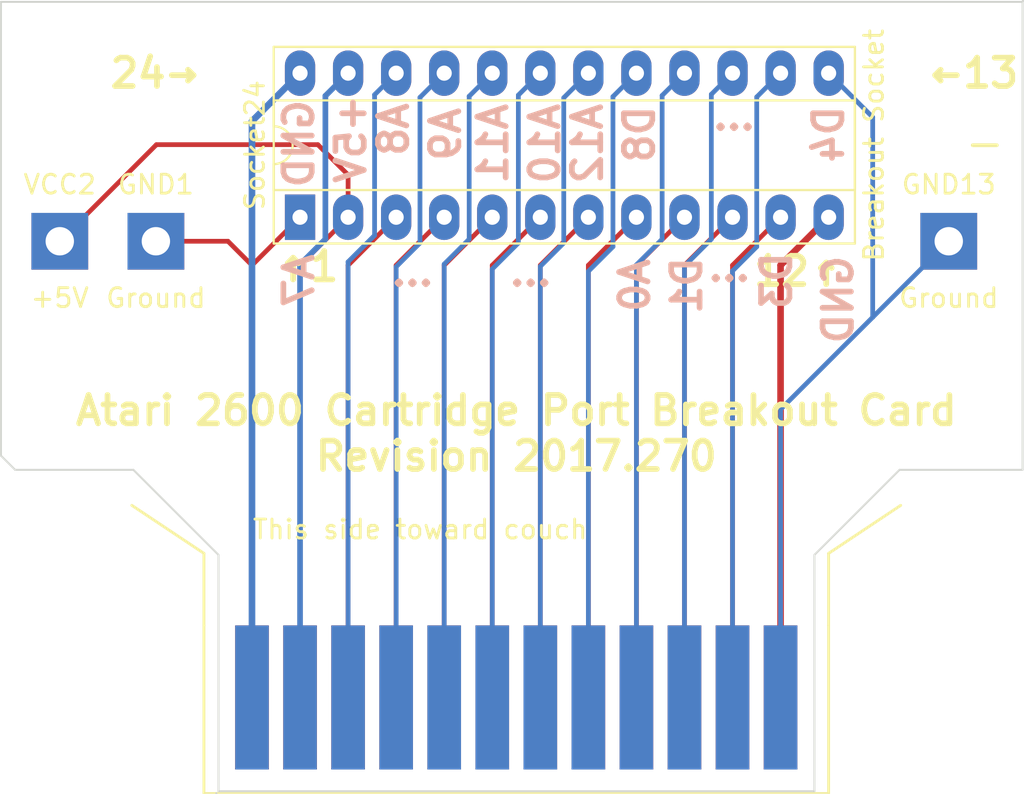
<source format=kicad_pcb>
(kicad_pcb (version 4) (host pcbnew 4.0.6)

  (general
    (links 1)
    (no_connects 1)
    (area 83.199999 156.149999 137.330001 198.160001)
    (thickness 1.6)
    (drawings 49)
    (tracks 79)
    (zones 0)
    (modules 5)
    (nets 24)
  )

  (page USLetter portrait)
  (title_block
    (title "Atari 2600 1MiB PROM bank-switched cartridge")
    (date 2017-08-30)
    (rev 17.242)
    (company "Fabulous Production Company")
    (comment 1 "Bruce-Robert Fenn Pocock")
    (comment 2 "Initial Game: Skyline 2600")
  )

  (layers
    (0 F.Cu signal hide)
    (31 B.Cu signal hide)
    (32 B.Adhes user)
    (33 F.Adhes user)
    (34 B.Paste user)
    (35 F.Paste user)
    (36 B.SilkS user)
    (37 F.SilkS user hide)
    (38 B.Mask user hide)
    (39 F.Mask user hide)
    (40 Dwgs.User user hide)
    (41 Cmts.User user hide)
    (42 Eco1.User user hide)
    (43 Eco2.User user hide)
    (44 Edge.Cuts user)
    (45 Margin user hide)
    (46 B.CrtYd user)
    (47 F.CrtYd user)
    (48 B.Fab user hide)
    (49 F.Fab user hide)
  )

  (setup
    (last_trace_width 0.25)
    (trace_clearance 0.2)
    (zone_clearance 0.508)
    (zone_45_only no)
    (trace_min 0.2)
    (segment_width 0.2)
    (edge_width 0.1)
    (via_size 0.6)
    (via_drill 0.4)
    (via_min_size 0.4)
    (via_min_drill 0.3)
    (uvia_size 0.3)
    (uvia_drill 0.1)
    (uvias_allowed no)
    (uvia_min_size 0.2)
    (uvia_min_drill 0.1)
    (pcb_text_width 0.3)
    (pcb_text_size 1.5 1.5)
    (mod_edge_width 0.15)
    (mod_text_size 1 1)
    (mod_text_width 0.15)
    (pad_size 1.5 1.5)
    (pad_drill 0.6)
    (pad_to_mask_clearance 0)
    (aux_axis_origin 0 0)
    (visible_elements FFFFFFFF)
    (pcbplotparams
      (layerselection 0x010f0_80000001)
      (usegerberextensions false)
      (excludeedgelayer true)
      (linewidth 0.100000)
      (plotframeref false)
      (viasonmask false)
      (mode 1)
      (useauxorigin false)
      (hpglpennumber 1)
      (hpglpenspeed 20)
      (hpglpendiameter 15)
      (hpglpenoverlay 2)
      (psnegative false)
      (psa4output false)
      (plotreference true)
      (plotvalue false)
      (plotinvisibletext false)
      (padsonsilk true)
      (subtractmaskfromsilk false)
      (outputformat 4)
      (mirror false)
      (drillshape 0)
      (scaleselection 1)
      (outputdirectory ""))
  )

  (net 0 "")
  (net 1 "Net-(AddrHi1-Pad3)")
  (net 2 "Net-(AddrHi1-Pad13)")
  (net 3 "Net-(AddrHi1-Pad4)")
  (net 4 "Net-(AddrHi1-Pad14)")
  (net 5 "Net-(AddrHi1-Pad7)")
  (net 6 "Net-(AddrHi1-Pad17)")
  (net 7 "Net-(AddrHi1-Pad8)")
  (net 8 "Net-(AddrHi1-Pad18)")
  (net 9 "Net-(AddrNAND1-Pad2)")
  (net 10 "Net-(AddrNAND1-Pad10)")
  (net 11 "Net-(AddrNAND1-Pad3)")
  (net 12 "Net-(AddrNAND1-Pad11)")
  (net 13 "Net-(AddrNAND1-Pad4)")
  (net 14 "Net-(AddrNAND1-Pad5)")
  (net 15 "Net-(AddrNAND1-Pad13)")
  (net 16 "Net-(AddrNAND1-Pad6)")
  (net 17 "Net-(AddrNAND1-Pad14)")
  (net 18 "Net-(AddrNAND1-Pad7)")
  (net 19 "Net-(AddrNAND1-Pad15)")
  (net 20 "Net-(CartConn1-Pad5)")
  (net 21 Earth_Protective)
  (net 22 +5V)
  (net 23 "Net-(AddrNAND1-Pad1)")

  (net_class Default "This is the default net class."
    (clearance 0.2)
    (trace_width 0.25)
    (via_dia 0.6)
    (via_drill 0.4)
    (uvia_dia 0.3)
    (uvia_drill 0.1)
    (add_net "Net-(AddrHi1-Pad13)")
    (add_net "Net-(AddrHi1-Pad14)")
    (add_net "Net-(AddrHi1-Pad17)")
    (add_net "Net-(AddrHi1-Pad18)")
    (add_net "Net-(AddrHi1-Pad3)")
    (add_net "Net-(AddrHi1-Pad4)")
    (add_net "Net-(AddrHi1-Pad7)")
    (add_net "Net-(AddrHi1-Pad8)")
    (add_net "Net-(AddrNAND1-Pad1)")
    (add_net "Net-(AddrNAND1-Pad10)")
    (add_net "Net-(AddrNAND1-Pad11)")
    (add_net "Net-(AddrNAND1-Pad13)")
    (add_net "Net-(AddrNAND1-Pad14)")
    (add_net "Net-(AddrNAND1-Pad15)")
    (add_net "Net-(AddrNAND1-Pad2)")
    (add_net "Net-(AddrNAND1-Pad3)")
    (add_net "Net-(AddrNAND1-Pad4)")
    (add_net "Net-(AddrNAND1-Pad5)")
    (add_net "Net-(AddrNAND1-Pad6)")
    (add_net "Net-(AddrNAND1-Pad7)")
    (add_net "Net-(CartConn1-Pad5)")
  )

  (net_class +5V ""
    (clearance 0.2)
    (trace_width 0.3)
    (via_dia 0.6)
    (via_drill 0.4)
    (uvia_dia 0.3)
    (uvia_drill 0.1)
    (add_net +5V)
  )

  (net_class Ground ""
    (clearance 0.2)
    (trace_width 0.35)
    (via_dia 0.6)
    (via_drill 0.4)
    (uvia_dia 0.3)
    (uvia_drill 0.1)
    (add_net Earth_Protective)
  )

  (module Housings_DIP:DIP-24_W7.62mm_Socket_LongPads (layer F.Cu) (tedit 59A7268C) (tstamp 59AF088F)
    (at 99.06 167.64 90)
    (descr "24-lead dip package, row spacing 7.62 mm (300 mils), Socket, LongPads")
    (tags "DIL DIP PDIP 2.54mm 7.62mm 300mil Socket LongPads")
    (fp_text reference Socket24 (at 3.81 -2.39 90) (layer F.SilkS)
      (effects (font (size 1 1) (thickness 0.15)))
    )
    (fp_text value "Breakout Socket" (at 3.81 30.33 90) (layer F.SilkS)
      (effects (font (size 1 1) (thickness 0.15)))
    )
    (fp_arc (start 3.81 -1.39) (end 2.81 -1.39) (angle -180) (layer F.SilkS) (width 0.12))
    (fp_line (start 1.635 -1.27) (end 6.985 -1.27) (layer F.Fab) (width 0.1))
    (fp_line (start 6.985 -1.27) (end 6.985 29.21) (layer F.Fab) (width 0.1))
    (fp_line (start 6.985 29.21) (end 0.635 29.21) (layer F.Fab) (width 0.1))
    (fp_line (start 0.635 29.21) (end 0.635 -0.27) (layer F.Fab) (width 0.1))
    (fp_line (start 0.635 -0.27) (end 1.635 -1.27) (layer F.Fab) (width 0.1))
    (fp_line (start -1.27 -1.27) (end -1.27 29.21) (layer F.Fab) (width 0.1))
    (fp_line (start -1.27 29.21) (end 8.89 29.21) (layer F.Fab) (width 0.1))
    (fp_line (start 8.89 29.21) (end 8.89 -1.27) (layer F.Fab) (width 0.1))
    (fp_line (start 8.89 -1.27) (end -1.27 -1.27) (layer F.Fab) (width 0.1))
    (fp_line (start 2.81 -1.39) (end 1.44 -1.39) (layer F.SilkS) (width 0.12))
    (fp_line (start 1.44 -1.39) (end 1.44 29.33) (layer F.SilkS) (width 0.12))
    (fp_line (start 1.44 29.33) (end 6.18 29.33) (layer F.SilkS) (width 0.12))
    (fp_line (start 6.18 29.33) (end 6.18 -1.39) (layer F.SilkS) (width 0.12))
    (fp_line (start 6.18 -1.39) (end 4.81 -1.39) (layer F.SilkS) (width 0.12))
    (fp_line (start -1.39 -1.39) (end -1.39 29.33) (layer F.SilkS) (width 0.12))
    (fp_line (start -1.39 29.33) (end 9.01 29.33) (layer F.SilkS) (width 0.12))
    (fp_line (start 9.01 29.33) (end 9.01 -1.39) (layer F.SilkS) (width 0.12))
    (fp_line (start 9.01 -1.39) (end -1.39 -1.39) (layer F.SilkS) (width 0.12))
    (fp_line (start -1.7 -1.7) (end -1.7 29.6) (layer F.CrtYd) (width 0.05))
    (fp_line (start -1.7 29.6) (end 9.3 29.6) (layer F.CrtYd) (width 0.05))
    (fp_line (start 9.3 29.6) (end 9.3 -1.7) (layer F.CrtYd) (width 0.05))
    (fp_line (start 9.3 -1.7) (end -1.7 -1.7) (layer F.CrtYd) (width 0.05))
    (pad 1 thru_hole rect (at 0 0 90) (size 2.4 1.6) (drill 0.8) (layers *.Cu *.Mask))
    (pad 13 thru_hole oval (at 7.62 27.94 90) (size 2.4 1.6) (drill 0.8) (layers *.Cu *.Mask))
    (pad 2 thru_hole oval (at 0 2.54 90) (size 2.4 1.6) (drill 0.8) (layers *.Cu *.Mask))
    (pad 14 thru_hole oval (at 7.62 25.4 90) (size 2.4 1.6) (drill 0.8) (layers *.Cu *.Mask))
    (pad 3 thru_hole oval (at 0 5.08 90) (size 2.4 1.6) (drill 0.8) (layers *.Cu *.Mask))
    (pad 15 thru_hole oval (at 7.62 22.86 90) (size 2.4 1.6) (drill 0.8) (layers *.Cu *.Mask))
    (pad 4 thru_hole oval (at 0 7.62 90) (size 2.4 1.6) (drill 0.8) (layers *.Cu *.Mask))
    (pad 16 thru_hole oval (at 7.62 20.32 90) (size 2.4 1.6) (drill 0.8) (layers *.Cu *.Mask))
    (pad 5 thru_hole oval (at 0 10.16 90) (size 2.4 1.6) (drill 0.8) (layers *.Cu *.Mask))
    (pad 17 thru_hole oval (at 7.62 17.78 90) (size 2.4 1.6) (drill 0.8) (layers *.Cu *.Mask))
    (pad 6 thru_hole oval (at 0 12.7 90) (size 2.4 1.6) (drill 0.8) (layers *.Cu *.Mask))
    (pad 18 thru_hole oval (at 7.62 15.24 90) (size 2.4 1.6) (drill 0.8) (layers *.Cu *.Mask))
    (pad 7 thru_hole oval (at 0 15.24 90) (size 2.4 1.6) (drill 0.8) (layers *.Cu *.Mask))
    (pad 19 thru_hole oval (at 7.62 12.7 90) (size 2.4 1.6) (drill 0.8) (layers *.Cu *.Mask))
    (pad 8 thru_hole oval (at 0 17.78 90) (size 2.4 1.6) (drill 0.8) (layers *.Cu *.Mask))
    (pad 20 thru_hole oval (at 7.62 10.16 90) (size 2.4 1.6) (drill 0.8) (layers *.Cu *.Mask))
    (pad 9 thru_hole oval (at 0 20.32 90) (size 2.4 1.6) (drill 0.8) (layers *.Cu *.Mask))
    (pad 21 thru_hole oval (at 7.62 7.62 90) (size 2.4 1.6) (drill 0.8) (layers *.Cu *.Mask))
    (pad 10 thru_hole oval (at 0 22.86 90) (size 2.4 1.6) (drill 0.8) (layers *.Cu *.Mask))
    (pad 22 thru_hole oval (at 7.62 5.08 90) (size 2.4 1.6) (drill 0.8) (layers *.Cu *.Mask))
    (pad 11 thru_hole oval (at 0 25.4 90) (size 2.4 1.6) (drill 0.8) (layers *.Cu *.Mask))
    (pad 23 thru_hole oval (at 7.62 2.54 90) (size 2.4 1.6) (drill 0.8) (layers *.Cu *.Mask))
    (pad 12 thru_hole oval (at 0 27.94 90) (size 2.4 1.6) (drill 0.8) (layers *.Cu *.Mask))
    (pad 24 thru_hole oval (at 7.62 0 90) (size 2.4 1.6) (drill 0.8) (layers *.Cu *.Mask))
    (model Housings_DIP.3dshapes/DIP-24_W7.62mm_Socket_LongPads.wrl
      (at (xyz 0 0 0))
      (scale (xyz 1 1 1))
      (rotate (xyz 0 0 0))
    )
  )

  (module Parts:BUS_ATARI_CX2600 (layer F.Cu) (tedit 59CC181A) (tstamp 59A44916)
    (at 110.49 195.58)
    (descr "Atari CX-2600 cartridge edge connector")
    (tags "conn bus cart atari edge")
    (path /575232C6)
    (fp_text reference "This side toward couch" (at -5.08 -11.43) (layer F.SilkS)
      (effects (font (size 1 1) (thickness 0.15)))
    )
    (fp_text value CONN_CX2600_CART (at 0 -8.89) (layer F.Fab)
      (effects (font (size 1 1) (thickness 0.15)))
    )
    (fp_line (start 16.51 -6.35) (end 16.51 -10.16) (layer F.SilkS) (width 0.15))
    (fp_line (start 16.51 -10.16) (end 20.32 -12.7) (layer F.SilkS) (width 0.15))
    (fp_line (start -16.51 -6.35) (end -16.51 -10.16) (layer F.SilkS) (width 0.15))
    (fp_line (start -16.51 -10.16) (end -20.32 -12.7) (layer F.SilkS) (width 0.15))
    (fp_line (start -16.51 2.54) (end 16.51 2.54) (layer F.SilkS) (width 0.15))
    (fp_line (start -16.51 2.54) (end -16.51 -6.35) (layer F.SilkS) (width 0.15))
    (fp_line (start 16.51 -6.35) (end 16.51 2.54) (layer F.SilkS) (width 0.15))
    (pad 13 connect rect (at 13.97 -2.54) (size 1.778 7.62) (layers B.Cu B.Mask)
      (net 7 "Net-(AddrHi1-Pad8)"))
    (pad 14 connect rect (at 11.43 -2.54) (size 1.778 7.62) (layers B.Cu B.Mask)
      (net 2 "Net-(AddrHi1-Pad13)"))
    (pad 15 connect rect (at 8.89 -2.54) (size 1.778 7.62) (layers B.Cu B.Mask)
      (net 4 "Net-(AddrHi1-Pad14)"))
    (pad 16 connect rect (at 6.35 -2.54) (size 1.778 7.62) (layers B.Cu B.Mask)
      (net 6 "Net-(AddrHi1-Pad17)"))
    (pad 17 connect rect (at 3.81 -2.54) (size 1.778 7.62) (layers B.Cu B.Mask)
      (net 8 "Net-(AddrHi1-Pad18)"))
    (pad 18 connect rect (at 1.27 -2.54) (size 1.778 7.62) (layers B.Cu B.Mask)
      (net 23 "Net-(AddrNAND1-Pad1)"))
    (pad 19 connect rect (at -1.27 -2.54) (size 1.778 7.62) (layers B.Cu B.Mask)
      (net 11 "Net-(AddrNAND1-Pad3)"))
    (pad 20 connect rect (at -3.81 -2.54) (size 1.778 7.62) (layers B.Cu B.Mask)
      (net 9 "Net-(AddrNAND1-Pad2)"))
    (pad 21 connect rect (at -6.35 -2.54) (size 1.778 7.62) (layers B.Cu B.Mask)
      (net 13 "Net-(AddrNAND1-Pad4)"))
    (pad 22 connect rect (at -8.89 -2.54) (size 1.778 7.62) (layers B.Cu B.Mask)
      (net 14 "Net-(AddrNAND1-Pad5)"))
    (pad 23 connect rect (at -11.43 -2.54) (size 1.778 7.62) (layers B.Cu B.Mask)
      (net 22 +5V))
    (pad 24 connect rect (at -13.97 -2.54) (size 1.778 7.62) (layers B.Cu B.Mask)
      (net 21 Earth_Protective))
    (pad 12 connect rect (at 13.97 -2.54) (size 1.778 7.62) (layers F.Cu F.Mask)
      (net 21 Earth_Protective))
    (pad 11 connect rect (at 11.43 -2.54) (size 1.778 7.62) (layers F.Cu F.Mask)
      (net 5 "Net-(AddrHi1-Pad7)"))
    (pad 10 connect rect (at 8.89 -2.54) (size 1.778 7.62) (layers F.Cu F.Mask)
      (net 3 "Net-(AddrHi1-Pad4)"))
    (pad 9 connect rect (at 6.35 -2.54) (size 1.778 7.62) (layers F.Cu F.Mask)
      (net 1 "Net-(AddrHi1-Pad3)"))
    (pad 8 connect rect (at 3.81 -2.54) (size 1.778 7.62) (layers F.Cu F.Mask)
      (net 19 "Net-(AddrNAND1-Pad15)"))
    (pad 7 connect rect (at 1.27 -2.54) (size 1.778 7.62) (layers F.Cu F.Mask)
      (net 17 "Net-(AddrNAND1-Pad14)"))
    (pad 6 connect rect (at -1.27 -2.54) (size 1.778 7.62) (layers F.Cu F.Mask)
      (net 15 "Net-(AddrNAND1-Pad13)"))
    (pad 5 connect rect (at -3.81 -2.54) (size 1.778 7.62) (layers F.Cu F.Mask)
      (net 20 "Net-(CartConn1-Pad5)"))
    (pad 4 connect rect (at -6.35 -2.54) (size 1.778 7.62) (layers F.Cu F.Mask)
      (net 12 "Net-(AddrNAND1-Pad11)"))
    (pad 3 connect rect (at -8.89 -2.54) (size 1.778 7.62) (layers F.Cu F.Mask)
      (net 10 "Net-(AddrNAND1-Pad10)"))
    (pad 2 connect rect (at -11.43 -2.54) (size 1.778 7.62) (layers F.Cu F.Mask)
      (net 18 "Net-(AddrNAND1-Pad7)"))
    (pad 1 connect rect (at -13.97 -2.54) (size 1.778 7.62) (layers F.Cu F.Mask)
      (net 16 "Net-(AddrNAND1-Pad6)"))
  )

  (module Measurement_Points:Measurement_Point_Square-TH_Big (layer F.Cu) (tedit 59A72A42) (tstamp 59BE3F55)
    (at 133.35 168.91)
    (descr "Mesurement Point, Square, Trough Hole,  3mm x 3mm, Drill 1.5mm,")
    (tags "Mesurement Point Square Trough Hole 3x3mm Drill 1.5mm")
    (attr virtual)
    (fp_text reference GND13 (at 0 -3) (layer F.SilkS)
      (effects (font (size 1 1) (thickness 0.15)))
    )
    (fp_text value Ground (at 0 3) (layer F.SilkS)
      (effects (font (size 1 1) (thickness 0.15)))
    )
    (fp_line (start -1.75 -1.75) (end 1.75 -1.75) (layer F.CrtYd) (width 0.05))
    (fp_line (start 1.75 -1.75) (end 1.75 1.75) (layer F.CrtYd) (width 0.05))
    (fp_line (start 1.75 1.75) (end -1.75 1.75) (layer F.CrtYd) (width 0.05))
    (fp_line (start -1.75 1.75) (end -1.75 -1.75) (layer F.CrtYd) (width 0.05))
    (pad 1 thru_hole rect (at 0 0) (size 3 3) (drill 1.5) (layers *.Cu *.Mask))
  )

  (module Measurement_Points:Measurement_Point_Square-TH_Big (layer F.Cu) (tedit 59A72A55) (tstamp 59BE3F8C)
    (at 86.36 168.91)
    (descr "Mesurement Point, Square, Trough Hole,  3mm x 3mm, Drill 1.5mm,")
    (tags "Mesurement Point Square Trough Hole 3x3mm Drill 1.5mm")
    (attr virtual)
    (fp_text reference VCC2 (at 0 -3) (layer F.SilkS)
      (effects (font (size 1 1) (thickness 0.15)))
    )
    (fp_text value +5V (at 0 3) (layer F.SilkS)
      (effects (font (size 1 1) (thickness 0.15)))
    )
    (fp_line (start -1.75 -1.75) (end 1.75 -1.75) (layer F.CrtYd) (width 0.05))
    (fp_line (start 1.75 -1.75) (end 1.75 1.75) (layer F.CrtYd) (width 0.05))
    (fp_line (start 1.75 1.75) (end -1.75 1.75) (layer F.CrtYd) (width 0.05))
    (fp_line (start -1.75 1.75) (end -1.75 -1.75) (layer F.CrtYd) (width 0.05))
    (pad 1 thru_hole rect (at 0 0) (size 3 3) (drill 1.5) (layers *.Cu *.Mask))
  )

  (module Measurement_Points:Measurement_Point_Square-TH_Big (layer F.Cu) (tedit 59A72A4E) (tstamp 59BE3FD9)
    (at 91.44 168.91)
    (descr "Mesurement Point, Square, Trough Hole,  3mm x 3mm, Drill 1.5mm,")
    (tags "Mesurement Point Square Trough Hole 3x3mm Drill 1.5mm")
    (attr virtual)
    (fp_text reference GND1 (at 0 -3) (layer F.SilkS)
      (effects (font (size 1 1) (thickness 0.15)))
    )
    (fp_text value Ground (at 0 3) (layer F.SilkS)
      (effects (font (size 1 1) (thickness 0.15)))
    )
    (fp_line (start -1.75 -1.75) (end 1.75 -1.75) (layer F.CrtYd) (width 0.05))
    (fp_line (start 1.75 -1.75) (end 1.75 1.75) (layer F.CrtYd) (width 0.05))
    (fp_line (start 1.75 1.75) (end -1.75 1.75) (layer F.CrtYd) (width 0.05))
    (fp_line (start -1.75 1.75) (end -1.75 -1.75) (layer F.CrtYd) (width 0.05))
    (pad 1 thru_hole rect (at 0 0) (size 3 3) (drill 1.5) (layers *.Cu *.Mask))
  )

  (gr_text ... (at 111.25 170.5) (layer B.SilkS) (tstamp 59CC1FBA)
    (effects (font (size 1.5 1.5) (thickness 0.3)) (justify mirror))
  )
  (gr_text ... (at 105 170.5) (layer B.SilkS) (tstamp 59CC1FB5)
    (effects (font (size 1.5 1.5) (thickness 0.3)) (justify mirror))
  )
  (gr_text ... (at 121.75 170.25) (layer B.SilkS) (tstamp 59CC1FAF)
    (effects (font (size 1.5 1.5) (thickness 0.3)) (justify mirror))
  )
  (gr_text ... (at 122 162.25) (layer B.SilkS)
    (effects (font (size 1.5 1.5) (thickness 0.3)) (justify mirror))
  )
  (gr_text D4 (at 127 163.25 90) (layer B.SilkS) (tstamp 59CC1F9F)
    (effects (font (size 1.5 1.5) (thickness 0.3)) (justify mirror))
  )
  (gr_text D8 (at 117 163.25 90) (layer B.SilkS) (tstamp 59CC1F99)
    (effects (font (size 1.5 1.5) (thickness 0.3)) (justify mirror))
  )
  (gr_text A12 (at 114.25 163.75 90) (layer B.SilkS) (tstamp 59CC1F95)
    (effects (font (size 1.5 1.5) (thickness 0.3)) (justify mirror))
  )
  (gr_text A10 (at 112 163.75 90) (layer B.SilkS) (tstamp 59CC1F8A)
    (effects (font (size 1.5 1.5) (thickness 0.3)) (justify mirror))
  )
  (gr_text A11 (at 109.25 163.75 90) (layer B.SilkS) (tstamp 59CC1F88)
    (effects (font (size 1.5 1.5) (thickness 0.3)) (justify mirror))
  )
  (gr_text A9 (at 106.75 163.25 90) (layer B.SilkS) (tstamp 59CC1F86)
    (effects (font (size 1.5 1.5) (thickness 0.3)) (justify mirror))
  )
  (gr_text A8 (at 104 163 90) (layer B.SilkS)
    (effects (font (size 1.5 1.5) (thickness 0.3)) (justify mirror))
  )
  (gr_text +5V (at 101.75 163.5 90) (layer B.SilkS)
    (effects (font (size 1.5 1.5) (thickness 0.3)) (justify mirror))
  )
  (gr_text GND (at 99 163.75 90) (layer B.SilkS)
    (effects (font (size 1.5 1.5) (thickness 0.3)) (justify mirror))
  )
  (gr_text GND (at 127.5 172 90) (layer B.SilkS)
    (effects (font (size 1.5 1.5) (thickness 0.3)) (justify mirror))
  )
  (gr_text D3 (at 124.25 171 90) (layer B.SilkS)
    (effects (font (size 1.5 1.5) (thickness 0.3)) (justify mirror))
  )
  (gr_text D1 (at 119.5 171.25 90) (layer B.SilkS)
    (effects (font (size 1.5 1.5) (thickness 0.3)) (justify mirror))
  )
  (gr_text A0 (at 116.75 171.25 90) (layer B.SilkS)
    (effects (font (size 1.5 1.5) (thickness 0.3)) (justify mirror))
  )
  (gr_text A7 (at 99 171 90) (layer B.SilkS)
    (effects (font (size 1.5 1.5) (thickness 0.3)) (justify mirror))
  )
  (gr_line (start 126.25 185.5) (end 130.75 181) (angle 90) (layer Edge.Cuts) (width 0.1))
  (gr_line (start 126.25 198) (end 126.25 185.5) (angle 90) (layer Edge.Cuts) (width 0.1))
  (gr_line (start 94.75 198) (end 126.25 198) (angle 90) (layer Edge.Cuts) (width 0.1))
  (gr_line (start 94.75 185.5) (end 94.75 198) (angle 90) (layer Edge.Cuts) (width 0.1))
  (gr_line (start 90.25 181) (end 94.75 185.5) (angle 90) (layer Edge.Cuts) (width 0.1))
  (gr_line (start 84 181) (end 90.25 181) (angle 90) (layer Edge.Cuts) (width 0.1))
  (gr_line (start 83.25 180.25) (end 84 181) (angle 90) (layer Edge.Cuts) (width 0.1))
  (gr_line (start 83.25 156.25) (end 83.25 180.25) (angle 90) (layer Edge.Cuts) (width 0.1))
  (gr_line (start 137.25 156.25) (end 83.25 156.25) (angle 90) (layer Edge.Cuts) (width 0.1))
  (gr_line (start 137.25 181) (end 137.25 156.25) (angle 90) (layer Edge.Cuts) (width 0.1))
  (gr_line (start 130.75 181) (end 137.25 181) (angle 90) (layer Edge.Cuts) (width 0.1))
  (gr_line (start 94.63 198.11) (end 94.64 198.11) (angle 90) (layer Edge.Cuts) (width 0.1))
  (gr_line (start 137.26 156.2) (end 137.28 156.2) (angle 90) (layer Edge.Cuts) (width 0.1))
  (gr_text 12↑ (at 128 170.5) (layer F.SilkS) (tstamp 59CC19FC)
    (effects (font (size 1.5 1.5) (thickness 0.3)) (justify right))
  )
  (gr_text ←13 (at 132.08 160.02) (layer F.SilkS)
    (effects (font (size 1.5 1.5) (thickness 0.3)) (justify left))
  )
  (gr_text 24→ (at 93.98 160.02) (layer F.SilkS)
    (effects (font (size 1.5 1.5) (thickness 0.3)) (justify right))
  )
  (gr_text "↑1\n" (at 101.25 170.25) (layer F.SilkS)
    (effects (font (size 1.5 1.5) (thickness 0.3)) (justify right))
  )
  (gr_line (start 135.89 163.83) (end 134.62 163.83) (angle 90) (layer F.SilkS) (width 0.2))
  (gr_text "Atari 2600 Cartridge Port Breakout Card\nRevision 2017.270" (at 110.49 179.07) (layer F.SilkS)
    (effects (font (size 1.5 1.5) (thickness 0.3)))
  )
  (dimension 6.330506 (width 0.3) (layer Dwgs.User)
    (gr_text "6.331 mm" (at 115.992451 104.722073 0.7240787271) (layer Dwgs.User)
      (effects (font (size 1.5 1.5) (thickness 0.3)))
    )
    (feature1 (pts (xy 119.37 121.5) (xy 119.140391 103.332181)))
    (feature2 (pts (xy 113.04 121.58) (xy 112.810391 103.412181)))
    (crossbar (pts (xy 112.844511 106.111965) (xy 119.174511 106.031965)))
    (arrow1a (pts (xy 119.174511 106.031965) (xy 118.055508 106.632575)))
    (arrow1b (pts (xy 119.174511 106.031965) (xy 118.040686 105.459827)))
    (arrow2a (pts (xy 112.844511 106.111965) (xy 113.978336 106.684103)))
    (arrow2b (pts (xy 112.844511 106.111965) (xy 113.963514 105.511355)))
  )
  (dimension 4.61 (width 0.3) (layer Dwgs.User)
    (gr_text "4.610 mm" (at 116.185 110.78) (layer Dwgs.User)
      (effects (font (size 1.5 1.5) (thickness 0.3)))
    )
    (feature1 (pts (xy 118.49 121.27) (xy 118.49 109.43)))
    (feature2 (pts (xy 113.88 121.27) (xy 113.88 109.43)))
    (crossbar (pts (xy 113.88 112.13) (xy 118.49 112.13)))
    (arrow1a (pts (xy 118.49 112.13) (xy 117.363496 112.716421)))
    (arrow1b (pts (xy 118.49 112.13) (xy 117.363496 111.543579)))
    (arrow2a (pts (xy 113.88 112.13) (xy 115.006504 112.716421)))
    (arrow2b (pts (xy 113.88 112.13) (xy 115.006504 111.543579)))
  )
  (dimension 6.820066 (width 0.3) (layer Dwgs.User)
    (gr_text "6.820 mm" (at 134.480718 199.345039 0.2520325952) (layer Dwgs.User)
      (effects (font (size 1.5 1.5) (thickness 0.3)))
    )
    (feature1 (pts (xy 137.81 180.98) (xy 137.896657 200.680026)))
    (feature2 (pts (xy 130.99 181.01) (xy 131.076657 200.710026)))
    (crossbar (pts (xy 131.06478 198.010052) (xy 137.88478 197.980052)))
    (arrow1a (pts (xy 137.88478 197.980052) (xy 136.760867 198.571422)))
    (arrow1b (pts (xy 137.88478 197.980052) (xy 136.755708 197.398592)))
    (arrow2a (pts (xy 131.06478 198.010052) (xy 132.193852 198.591512)))
    (arrow2b (pts (xy 131.06478 198.010052) (xy 132.188693 197.418682)))
  )
  (dimension 4.45018 (width 0.3) (layer Dwgs.User)
    (gr_text "4.450 mm" (at 128.883045 207.442521 0.5150043727) (layer Dwgs.User)
      (effects (font (size 1.5 1.5) (thickness 0.3)))
    )
    (feature1 (pts (xy 130.87 180.94) (xy 131.12018 208.772467)))
    (feature2 (pts (xy 126.42 180.98) (xy 126.67018 208.812467)))
    (crossbar (pts (xy 126.645911 206.112576) (xy 131.095911 206.072576)))
    (arrow1a (pts (xy 131.095911 206.072576) (xy 129.974724 206.669099)))
    (arrow1b (pts (xy 131.095911 206.072576) (xy 129.964182 205.496304)))
    (arrow2a (pts (xy 126.645911 206.112576) (xy 127.77764 206.688848)))
    (arrow2b (pts (xy 126.645911 206.112576) (xy 127.767098 205.516053)))
  )
  (dimension 4.39 (width 0.3) (layer Dwgs.User)
    (gr_text "4.390 mm" (at 85.385 111) (layer Dwgs.User)
      (effects (font (size 1.5 1.5) (thickness 0.3)))
    )
    (feature1 (pts (xy 87.58 116.84) (xy 87.58 109.65)))
    (feature2 (pts (xy 83.19 116.84) (xy 83.19 109.65)))
    (crossbar (pts (xy 83.19 112.35) (xy 87.58 112.35)))
    (arrow1a (pts (xy 87.58 112.35) (xy 86.453496 112.936421)))
    (arrow1b (pts (xy 87.58 112.35) (xy 86.453496 111.763579)))
    (arrow2a (pts (xy 83.19 112.35) (xy 84.316504 112.936421)))
    (arrow2b (pts (xy 83.19 112.35) (xy 84.316504 111.763579)))
  )
  (dimension 4.410102 (width 0.3) (layer Dwgs.User)
    (gr_text "4.410 mm" (at 60.247322 119.180902 270.3897612) (layer Dwgs.User)
      (effects (font (size 1.5 1.5) (thickness 0.3)))
    )
    (feature1 (pts (xy 83.18 121.23) (xy 58.912353 121.395086)))
    (feature2 (pts (xy 83.15 116.82) (xy 58.882353 116.985086)))
    (crossbar (pts (xy 61.582291 116.966719) (xy 61.612291 121.376719)))
    (arrow1a (pts (xy 61.612291 121.376719) (xy 61.018221 120.25423)))
    (arrow1b (pts (xy 61.612291 121.376719) (xy 62.191035 120.246252)))
    (arrow2a (pts (xy 61.582291 116.966719) (xy 61.003547 118.097186)))
    (arrow2b (pts (xy 61.582291 116.966719) (xy 62.176361 118.089208)))
  )
  (dimension 12.650668 (width 0.3) (layer Dwgs.User)
    (gr_text "12.651 mm" (at 79.86944 191.947049 270.5887897) (layer Dwgs.User)
      (effects (font (size 1.5 1.5) (thickness 0.3)))
    )
    (feature1 (pts (xy 94.73 198.12) (xy 78.584512 198.285922)))
    (feature2 (pts (xy 94.6 185.47) (xy 78.454512 185.635922)))
    (crossbar (pts (xy 81.154369 185.608176) (xy 81.284369 198.258176)))
    (arrow1a (pts (xy 81.284369 198.258176) (xy 80.686403 197.137758)))
    (arrow1b (pts (xy 81.284369 198.258176) (xy 81.859183 197.125706)))
    (arrow2a (pts (xy 81.154369 185.608176) (xy 80.579555 186.740646)))
    (arrow2b (pts (xy 81.154369 185.608176) (xy 81.752335 186.728594)))
  )
  (dimension 4.381381 (width 0.3) (layer Dwgs.User)
    (gr_text "4.381 mm" (at 47.92501 184.344588 271.4386327) (layer Dwgs.User)
      (effects (font (size 1.5 1.5) (thickness 0.3)))
    )
    (feature1 (pts (xy 94.75 185.36) (xy 46.630436 186.568482)))
    (feature2 (pts (xy 94.64 180.98) (xy 46.520436 182.188482)))
    (crossbar (pts (xy 49.219585 182.120695) (xy 49.329585 186.500695)))
    (arrow1a (pts (xy 49.329585 186.500695) (xy 48.715067 185.389269)))
    (arrow1b (pts (xy 49.329585 186.500695) (xy 49.887539 185.359824)))
    (arrow2a (pts (xy 49.219585 182.120695) (xy 48.661631 183.261566)))
    (arrow2b (pts (xy 49.219585 182.120695) (xy 49.834103 183.232121)))
  )
  (dimension 64.050282 (width 0.3) (layer Dwgs.User)
    (gr_text "64.050 mm" (at 51.031745 149.010409 270.1699636) (layer Dwgs.User)
      (effects (font (size 1.5 1.5) (thickness 0.3)))
    )
    (feature1 (pts (xy 83.29 180.94) (xy 49.776751 181.039414)))
    (feature2 (pts (xy 83.1 116.89) (xy 49.586751 116.989414)))
    (crossbar (pts (xy 52.286739 116.981405) (xy 52.476739 181.031405)))
    (arrow1a (pts (xy 52.476739 181.031405) (xy 51.886979 179.906646)))
    (arrow1b (pts (xy 52.476739 181.031405) (xy 53.059815 179.903167)))
    (arrow2a (pts (xy 52.286739 116.981405) (xy 51.703663 118.109643)))
    (arrow2b (pts (xy 52.286739 116.981405) (xy 52.876499 118.106164)))
  )
  (dimension 81.880005 (width 0.3) (layer Dwgs.User)
    (gr_text "81.880 mm" (at 42.575182 157.804882 270.0209926) (layer Dwgs.User)
      (effects (font (size 1.5 1.5) (thickness 0.3)))
    )
    (feature1 (pts (xy 83.21 198.73) (xy 41.240182 198.745377)))
    (feature2 (pts (xy 83.18 116.85) (xy 41.210182 116.865377)))
    (crossbar (pts (xy 43.910182 116.864388) (xy 43.940182 198.744388)))
    (arrow1a (pts (xy 43.940182 198.744388) (xy 43.353349 197.618099)))
    (arrow1b (pts (xy 43.940182 198.744388) (xy 44.52619 197.617669)))
    (arrow2a (pts (xy 43.910182 116.864388) (xy 43.324174 117.991107)))
    (arrow2b (pts (xy 43.910182 116.864388) (xy 44.497015 117.990677)))
  )
  (dimension 54.630045 (width 0.3) (layer Dwgs.User)
    (gr_text "54.630 mm" (at 110.52391 211.311658 0.07341574906) (layer Dwgs.User)
      (effects (font (size 1.5 1.5) (thickness 0.3)))
    )
    (feature1 (pts (xy 137.8 180.91) (xy 137.84064 212.626657)))
    (feature2 (pts (xy 83.17 180.98) (xy 83.21064 212.696657)))
    (crossbar (pts (xy 83.20718 209.996659) (xy 137.83718 209.926659)))
    (arrow1a (pts (xy 137.83718 209.926659) (xy 136.711429 210.514523)))
    (arrow1b (pts (xy 137.83718 209.926659) (xy 136.709926 209.341682)))
    (arrow2a (pts (xy 83.20718 209.996659) (xy 84.334434 210.581636)))
    (arrow2b (pts (xy 83.20718 209.996659) (xy 84.332931 209.408795)))
  )
  (dimension 31.740191 (width 0.3) (layer Dwgs.User)
    (gr_text "31.740 mm" (at 110.501934 205.969472 0.1985668089) (layer Dwgs.User)
      (effects (font (size 1.5 1.5) (thickness 0.3)))
    )
    (feature1 (pts (xy 126.34 196.7) (xy 126.376613 207.264464)))
    (feature2 (pts (xy 94.6 196.81) (xy 94.636613 207.374464)))
    (crossbar (pts (xy 94.627256 204.67448) (xy 126.367256 204.56448)))
    (arrow1a (pts (xy 126.367256 204.56448) (xy 125.242791 205.154801)))
    (arrow1b (pts (xy 126.367256 204.56448) (xy 125.238727 203.981967)))
    (arrow2a (pts (xy 94.627256 204.67448) (xy 95.755785 205.256993)))
    (arrow2b (pts (xy 94.627256 204.67448) (xy 95.751721 204.084159)))
  )

  (segment (start 116.84 193.04) (end 116.84 170.18) (width 0.25) (layer F.Cu) (net 1))
  (segment (start 116.84 170.18) (end 119.38 167.64) (width 0.25) (layer F.Cu) (net 1) (tstamp 59CC1B38))
  (segment (start 121.92 193.04) (end 121.92 170.48) (width 0.25) (layer B.Cu) (net 2))
  (segment (start 123.2 161.28) (end 124.46 160.02) (width 0.25) (layer B.Cu) (net 2) (tstamp 59CC1B56))
  (segment (start 123.2 169.2) (end 123.2 161.28) (width 0.25) (layer B.Cu) (net 2) (tstamp 59CC1B54))
  (segment (start 121.92 170.48) (end 123.2 169.2) (width 0.25) (layer B.Cu) (net 2) (tstamp 59CC1B52))
  (segment (start 119.38 193.04) (end 119.38 170.18) (width 0.25) (layer F.Cu) (net 3))
  (segment (start 119.38 170.18) (end 121.92 167.64) (width 0.25) (layer F.Cu) (net 3) (tstamp 59CC1B3C))
  (segment (start 119.38 193.04) (end 119.38 170.22) (width 0.25) (layer B.Cu) (net 4))
  (segment (start 120.8 161.14) (end 121.92 160.02) (width 0.25) (layer B.Cu) (net 4) (tstamp 59CC1B5E))
  (segment (start 120.8 168.8) (end 120.8 161.14) (width 0.25) (layer B.Cu) (net 4) (tstamp 59CC1B5C))
  (segment (start 119.38 170.22) (end 120.8 168.8) (width 0.25) (layer B.Cu) (net 4) (tstamp 59CC1B5A))
  (segment (start 121.92 193.04) (end 121.92 170.18) (width 0.25) (layer F.Cu) (net 5))
  (segment (start 121.92 170.18) (end 124.46 167.64) (width 0.25) (layer F.Cu) (net 5) (tstamp 59CC1B40))
  (segment (start 116.84 193.04) (end 116.84 170.16) (width 0.25) (layer B.Cu) (net 6))
  (segment (start 118.2 161.2) (end 119.38 160.02) (width 0.25) (layer B.Cu) (net 6) (tstamp 59CC1B66))
  (segment (start 118.2 168.8) (end 118.2 161.2) (width 0.25) (layer B.Cu) (net 6) (tstamp 59CC1B64))
  (segment (start 116.84 170.16) (end 118.2 168.8) (width 0.25) (layer B.Cu) (net 6) (tstamp 59CC1B62))
  (segment (start 129.33 172.93) (end 129.33 162.35) (width 0.25) (layer B.Cu) (net 7))
  (segment (start 129.33 162.35) (end 127 160.02) (width 0.25) (layer B.Cu) (net 7) (tstamp 59CC1B4E))
  (segment (start 124.46 193.04) (end 124.46 177.8) (width 0.25) (layer B.Cu) (net 7))
  (segment (start 124.46 177.8) (end 129.33 172.93) (width 0.25) (layer B.Cu) (net 7) (tstamp 59CC1B48))
  (segment (start 129.33 172.93) (end 133.35 168.91) (width 0.25) (layer B.Cu) (net 7) (tstamp 59CC1B4C))
  (segment (start 114.3 193.04) (end 114.3 170.5) (width 0.25) (layer B.Cu) (net 8))
  (segment (start 115.6 161.26) (end 116.84 160.02) (width 0.25) (layer B.Cu) (net 8) (tstamp 59CC1B6E))
  (segment (start 115.6 169.2) (end 115.6 161.26) (width 0.25) (layer B.Cu) (net 8) (tstamp 59CC1B6C))
  (segment (start 114.3 170.5) (end 115.6 169.2) (width 0.25) (layer B.Cu) (net 8) (tstamp 59CC1B6A))
  (segment (start 106.68 193.04) (end 106.68 170.12) (width 0.25) (layer B.Cu) (net 9))
  (segment (start 108 161.24) (end 109.22 160.02) (width 0.25) (layer B.Cu) (net 9) (tstamp 59CC1B86))
  (segment (start 108 168.8) (end 108 161.24) (width 0.25) (layer B.Cu) (net 9) (tstamp 59CC1B84))
  (segment (start 106.68 170.12) (end 108 168.8) (width 0.25) (layer B.Cu) (net 9) (tstamp 59CC1B82))
  (segment (start 101.6 193.04) (end 101.6 170.18) (width 0.25) (layer F.Cu) (net 10))
  (segment (start 101.6 170.18) (end 104.14 167.64) (width 0.25) (layer F.Cu) (net 10) (tstamp 59CC1B1B))
  (segment (start 109.22 193.04) (end 109.22 170.38) (width 0.25) (layer B.Cu) (net 11))
  (segment (start 110.6 161.18) (end 111.76 160.02) (width 0.25) (layer B.Cu) (net 11) (tstamp 59CC1B7E))
  (segment (start 110.6 169) (end 110.6 161.18) (width 0.25) (layer B.Cu) (net 11) (tstamp 59CC1B7C))
  (segment (start 109.22 170.38) (end 110.6 169) (width 0.25) (layer B.Cu) (net 11) (tstamp 59CC1B7A))
  (segment (start 104.14 193.04) (end 104.14 170.18) (width 0.25) (layer F.Cu) (net 12))
  (segment (start 104.14 170.18) (end 106.68 167.64) (width 0.25) (layer F.Cu) (net 12) (tstamp 59CC1B23))
  (segment (start 104.14 193.04) (end 104.14 170.26) (width 0.25) (layer B.Cu) (net 13))
  (segment (start 105.4 161.3) (end 106.68 160.02) (width 0.25) (layer B.Cu) (net 13) (tstamp 59CC1B8E))
  (segment (start 105.4 169) (end 105.4 161.3) (width 0.25) (layer B.Cu) (net 13) (tstamp 59CC1B8C))
  (segment (start 104.14 170.26) (end 105.4 169) (width 0.25) (layer B.Cu) (net 13) (tstamp 59CC1B8A))
  (segment (start 101.6 193.04) (end 101.6 170) (width 0.25) (layer B.Cu) (net 14))
  (segment (start 103 161.16) (end 104.14 160.02) (width 0.25) (layer B.Cu) (net 14) (tstamp 59CC1B96))
  (segment (start 103 168.6) (end 103 161.16) (width 0.25) (layer B.Cu) (net 14) (tstamp 59CC1B94))
  (segment (start 101.6 170) (end 103 168.6) (width 0.25) (layer B.Cu) (net 14) (tstamp 59CC1B92))
  (segment (start 109.22 193.04) (end 109.22 170.18) (width 0.25) (layer F.Cu) (net 15))
  (segment (start 109.22 170.18) (end 111.76 167.64) (width 0.25) (layer F.Cu) (net 15) (tstamp 59CC1B2B))
  (segment (start 91.44 168.91) (end 95.25 168.91) (width 0.25) (layer F.Cu) (net 16))
  (segment (start 95.25 168.91) (end 96.52 170.18) (width 0.25) (layer F.Cu) (net 16) (tstamp 59CC1B1F))
  (segment (start 96.52 193.04) (end 96.52 170.18) (width 0.25) (layer F.Cu) (net 16))
  (segment (start 96.52 170.18) (end 99.06 167.64) (width 0.25) (layer F.Cu) (net 16) (tstamp 59CC1B13))
  (segment (start 111.76 193.04) (end 111.76 170.18) (width 0.25) (layer F.Cu) (net 17))
  (segment (start 111.76 170.18) (end 114.3 167.64) (width 0.25) (layer F.Cu) (net 17) (tstamp 59CC1B30))
  (segment (start 101.6 167.64) (end 101.6 165.4) (width 0.25) (layer F.Cu) (net 18))
  (segment (start 91.47 163.8) (end 86.36 168.91) (width 0.25) (layer F.Cu) (net 18) (tstamp 59CC1BAB))
  (segment (start 100 163.8) (end 91.47 163.8) (width 0.25) (layer F.Cu) (net 18) (tstamp 59CC1BA9))
  (segment (start 101.6 165.4) (end 100 163.8) (width 0.25) (layer F.Cu) (net 18) (tstamp 59CC1BA7))
  (segment (start 99.06 193.04) (end 99.06 170.18) (width 0.25) (layer F.Cu) (net 18))
  (segment (start 99.06 170.18) (end 101.6 167.64) (width 0.25) (layer F.Cu) (net 18) (tstamp 59CC1B17))
  (segment (start 114.3 193.04) (end 114.3 170.18) (width 0.25) (layer F.Cu) (net 19))
  (segment (start 114.3 170.18) (end 116.84 167.64) (width 0.25) (layer F.Cu) (net 19) (tstamp 59CC1B34))
  (segment (start 114.3 189.23) (end 114.3 193.04) (width 0.25) (layer F.Cu) (net 19) (tstamp 59AC7009) (status 30))
  (segment (start 106.68 193.04) (end 106.68 170.18) (width 0.25) (layer F.Cu) (net 20))
  (segment (start 106.68 170.18) (end 109.22 167.64) (width 0.25) (layer F.Cu) (net 20) (tstamp 59CC1B27))
  (segment (start 96.52 193.04) (end 96.52 162.56) (width 0.35) (layer B.Cu) (net 21))
  (segment (start 96.52 162.56) (end 99.06 160.02) (width 0.35) (layer B.Cu) (net 21) (tstamp 59CC1BA2))
  (segment (start 124.46 193.04) (end 124.46 170.18) (width 0.35) (layer F.Cu) (net 21))
  (segment (start 124.46 170.18) (end 127 167.64) (width 0.35) (layer F.Cu) (net 21) (tstamp 59CC1B44))
  (segment (start 99.06 193.04) (end 99.06 170.14) (width 0.3) (layer B.Cu) (net 22))
  (segment (start 100.4 161.22) (end 101.6 160.02) (width 0.3) (layer B.Cu) (net 22) (tstamp 59CC1B9E))
  (segment (start 100.4 168.8) (end 100.4 161.22) (width 0.3) (layer B.Cu) (net 22) (tstamp 59CC1B9C))
  (segment (start 99.06 170.14) (end 100.4 168.8) (width 0.3) (layer B.Cu) (net 22) (tstamp 59CC1B9A))
  (segment (start 111.76 193.04) (end 111.76 170.24) (width 0.25) (layer B.Cu) (net 23))
  (segment (start 113 161.32) (end 114.3 160.02) (width 0.25) (layer B.Cu) (net 23) (tstamp 59CC1B76))
  (segment (start 113 169) (end 113 161.32) (width 0.25) (layer B.Cu) (net 23) (tstamp 59CC1B74))
  (segment (start 111.76 170.24) (end 113 169) (width 0.25) (layer B.Cu) (net 23) (tstamp 59CC1B72))
  (segment (start 111.76 189.23) (end 111.76 193.04) (width 0.25) (layer B.Cu) (net 23) (tstamp 59AC62F8) (status 30))

)

</source>
